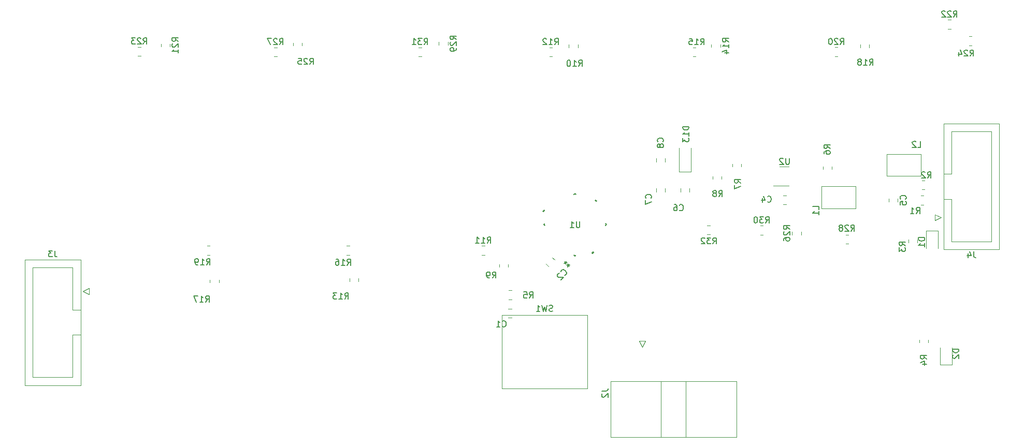
<source format=gbr>
%TF.GenerationSoftware,KiCad,Pcbnew,(6.0.0)*%
%TF.CreationDate,2023-05-12T18:23:08+02:00*%
%TF.ProjectId,keyboard,6b657962-6f61-4726-942e-6b696361645f,rev?*%
%TF.SameCoordinates,Original*%
%TF.FileFunction,Legend,Bot*%
%TF.FilePolarity,Positive*%
%FSLAX46Y46*%
G04 Gerber Fmt 4.6, Leading zero omitted, Abs format (unit mm)*
G04 Created by KiCad (PCBNEW (6.0.0)) date 2023-05-12 18:23:08*
%MOMM*%
%LPD*%
G01*
G04 APERTURE LIST*
%ADD10C,0.150000*%
%ADD11C,0.120000*%
%ADD12C,0.152400*%
G04 APERTURE END LIST*
D10*
%TO.C,R1*%
X187746666Y-85372380D02*
X188080000Y-84896190D01*
X188318095Y-85372380D02*
X188318095Y-84372380D01*
X187937142Y-84372380D01*
X187841904Y-84420000D01*
X187794285Y-84467619D01*
X187746666Y-84562857D01*
X187746666Y-84705714D01*
X187794285Y-84800952D01*
X187841904Y-84848571D01*
X187937142Y-84896190D01*
X188318095Y-84896190D01*
X186794285Y-85372380D02*
X187365714Y-85372380D01*
X187080000Y-85372380D02*
X187080000Y-84372380D01*
X187175238Y-84515238D01*
X187270476Y-84610476D01*
X187365714Y-84658095D01*
%TO.C,R20*%
X175332857Y-57712380D02*
X175666190Y-57236190D01*
X175904285Y-57712380D02*
X175904285Y-56712380D01*
X175523333Y-56712380D01*
X175428095Y-56760000D01*
X175380476Y-56807619D01*
X175332857Y-56902857D01*
X175332857Y-57045714D01*
X175380476Y-57140952D01*
X175428095Y-57188571D01*
X175523333Y-57236190D01*
X175904285Y-57236190D01*
X174951904Y-56807619D02*
X174904285Y-56760000D01*
X174809047Y-56712380D01*
X174570952Y-56712380D01*
X174475714Y-56760000D01*
X174428095Y-56807619D01*
X174380476Y-56902857D01*
X174380476Y-56998095D01*
X174428095Y-57140952D01*
X174999523Y-57712380D01*
X174380476Y-57712380D01*
X173761428Y-56712380D02*
X173666190Y-56712380D01*
X173570952Y-56760000D01*
X173523333Y-56807619D01*
X173475714Y-56902857D01*
X173428095Y-57093333D01*
X173428095Y-57331428D01*
X173475714Y-57521904D01*
X173523333Y-57617142D01*
X173570952Y-57664761D01*
X173666190Y-57712380D01*
X173761428Y-57712380D01*
X173856666Y-57664761D01*
X173904285Y-57617142D01*
X173951904Y-57521904D01*
X173999523Y-57331428D01*
X173999523Y-57093333D01*
X173951904Y-56902857D01*
X173904285Y-56807619D01*
X173856666Y-56760000D01*
X173761428Y-56712380D01*
%TO.C,R14*%
X157082380Y-57297142D02*
X156606190Y-56963809D01*
X157082380Y-56725714D02*
X156082380Y-56725714D01*
X156082380Y-57106666D01*
X156130000Y-57201904D01*
X156177619Y-57249523D01*
X156272857Y-57297142D01*
X156415714Y-57297142D01*
X156510952Y-57249523D01*
X156558571Y-57201904D01*
X156606190Y-57106666D01*
X156606190Y-56725714D01*
X157082380Y-58249523D02*
X157082380Y-57678095D01*
X157082380Y-57963809D02*
X156082380Y-57963809D01*
X156225238Y-57868571D01*
X156320476Y-57773333D01*
X156368095Y-57678095D01*
X156415714Y-59106666D02*
X157082380Y-59106666D01*
X156034761Y-58868571D02*
X156749047Y-58630476D01*
X156749047Y-59249523D01*
%TO.C,R21*%
X67112380Y-57197142D02*
X66636190Y-56863809D01*
X67112380Y-56625714D02*
X66112380Y-56625714D01*
X66112380Y-57006666D01*
X66160000Y-57101904D01*
X66207619Y-57149523D01*
X66302857Y-57197142D01*
X66445714Y-57197142D01*
X66540952Y-57149523D01*
X66588571Y-57101904D01*
X66636190Y-57006666D01*
X66636190Y-56625714D01*
X66207619Y-57578095D02*
X66160000Y-57625714D01*
X66112380Y-57720952D01*
X66112380Y-57959047D01*
X66160000Y-58054285D01*
X66207619Y-58101904D01*
X66302857Y-58149523D01*
X66398095Y-58149523D01*
X66540952Y-58101904D01*
X67112380Y-57530476D01*
X67112380Y-58149523D01*
X67112380Y-59101904D02*
X67112380Y-58530476D01*
X67112380Y-58816190D02*
X66112380Y-58816190D01*
X66255238Y-58720952D01*
X66350476Y-58625714D01*
X66398095Y-58530476D01*
%TO.C,U1*%
X132751904Y-86662380D02*
X132751904Y-87471904D01*
X132704285Y-87567142D01*
X132656666Y-87614761D01*
X132561428Y-87662380D01*
X132370952Y-87662380D01*
X132275714Y-87614761D01*
X132228095Y-87567142D01*
X132180476Y-87471904D01*
X132180476Y-86662380D01*
X131180476Y-87662380D02*
X131751904Y-87662380D01*
X131466190Y-87662380D02*
X131466190Y-86662380D01*
X131561428Y-86805238D01*
X131656666Y-86900476D01*
X131751904Y-86948095D01*
X130255453Y-93234394D02*
X130423812Y-93402753D01*
X130524827Y-93167051D02*
X130423812Y-93402753D01*
X130188110Y-93503768D01*
X130659514Y-93436425D02*
X130423812Y-93402753D01*
X130457484Y-93638455D01*
X131029904Y-94008845D02*
X130861545Y-93840486D01*
X130760530Y-94076188D02*
X130861545Y-93840486D01*
X131097247Y-93739471D01*
X130625843Y-93806814D02*
X130861545Y-93840486D01*
X130827873Y-93604784D01*
%TO.C,R29*%
X112562380Y-56897142D02*
X112086190Y-56563809D01*
X112562380Y-56325714D02*
X111562380Y-56325714D01*
X111562380Y-56706666D01*
X111610000Y-56801904D01*
X111657619Y-56849523D01*
X111752857Y-56897142D01*
X111895714Y-56897142D01*
X111990952Y-56849523D01*
X112038571Y-56801904D01*
X112086190Y-56706666D01*
X112086190Y-56325714D01*
X111657619Y-57278095D02*
X111610000Y-57325714D01*
X111562380Y-57420952D01*
X111562380Y-57659047D01*
X111610000Y-57754285D01*
X111657619Y-57801904D01*
X111752857Y-57849523D01*
X111848095Y-57849523D01*
X111990952Y-57801904D01*
X112562380Y-57230476D01*
X112562380Y-57849523D01*
X112562380Y-58325714D02*
X112562380Y-58516190D01*
X112514761Y-58611428D01*
X112467142Y-58659047D01*
X112324285Y-58754285D01*
X112133809Y-58801904D01*
X111752857Y-58801904D01*
X111657619Y-58754285D01*
X111610000Y-58706666D01*
X111562380Y-58611428D01*
X111562380Y-58420952D01*
X111610000Y-58325714D01*
X111657619Y-58278095D01*
X111752857Y-58230476D01*
X111990952Y-58230476D01*
X112086190Y-58278095D01*
X112133809Y-58325714D01*
X112181428Y-58420952D01*
X112181428Y-58611428D01*
X112133809Y-58706666D01*
X112086190Y-58754285D01*
X111990952Y-58801904D01*
%TO.C,R31*%
X107282857Y-57722380D02*
X107616190Y-57246190D01*
X107854285Y-57722380D02*
X107854285Y-56722380D01*
X107473333Y-56722380D01*
X107378095Y-56770000D01*
X107330476Y-56817619D01*
X107282857Y-56912857D01*
X107282857Y-57055714D01*
X107330476Y-57150952D01*
X107378095Y-57198571D01*
X107473333Y-57246190D01*
X107854285Y-57246190D01*
X106949523Y-56722380D02*
X106330476Y-56722380D01*
X106663809Y-57103333D01*
X106520952Y-57103333D01*
X106425714Y-57150952D01*
X106378095Y-57198571D01*
X106330476Y-57293809D01*
X106330476Y-57531904D01*
X106378095Y-57627142D01*
X106425714Y-57674761D01*
X106520952Y-57722380D01*
X106806666Y-57722380D01*
X106901904Y-57674761D01*
X106949523Y-57627142D01*
X105378095Y-57722380D02*
X105949523Y-57722380D01*
X105663809Y-57722380D02*
X105663809Y-56722380D01*
X105759047Y-56865238D01*
X105854285Y-56960476D01*
X105949523Y-57008095D01*
%TO.C,D2*%
X194702380Y-107561904D02*
X193702380Y-107561904D01*
X193702380Y-107800000D01*
X193750000Y-107942857D01*
X193845238Y-108038095D01*
X193940476Y-108085714D01*
X194130952Y-108133333D01*
X194273809Y-108133333D01*
X194464285Y-108085714D01*
X194559523Y-108038095D01*
X194654761Y-107942857D01*
X194702380Y-107800000D01*
X194702380Y-107561904D01*
X193797619Y-108514285D02*
X193750000Y-108561904D01*
X193702380Y-108657142D01*
X193702380Y-108895238D01*
X193750000Y-108990476D01*
X193797619Y-109038095D01*
X193892857Y-109085714D01*
X193988095Y-109085714D01*
X194130952Y-109038095D01*
X194702380Y-108466666D01*
X194702380Y-109085714D01*
%TO.C,R12*%
X128632857Y-57732380D02*
X128966190Y-57256190D01*
X129204285Y-57732380D02*
X129204285Y-56732380D01*
X128823333Y-56732380D01*
X128728095Y-56780000D01*
X128680476Y-56827619D01*
X128632857Y-56922857D01*
X128632857Y-57065714D01*
X128680476Y-57160952D01*
X128728095Y-57208571D01*
X128823333Y-57256190D01*
X129204285Y-57256190D01*
X127680476Y-57732380D02*
X128251904Y-57732380D01*
X127966190Y-57732380D02*
X127966190Y-56732380D01*
X128061428Y-56875238D01*
X128156666Y-56970476D01*
X128251904Y-57018095D01*
X127299523Y-56827619D02*
X127251904Y-56780000D01*
X127156666Y-56732380D01*
X126918571Y-56732380D01*
X126823333Y-56780000D01*
X126775714Y-56827619D01*
X126728095Y-56922857D01*
X126728095Y-57018095D01*
X126775714Y-57160952D01*
X127347142Y-57732380D01*
X126728095Y-57732380D01*
%TO.C,R22*%
X193822857Y-53212380D02*
X194156190Y-52736190D01*
X194394285Y-53212380D02*
X194394285Y-52212380D01*
X194013333Y-52212380D01*
X193918095Y-52260000D01*
X193870476Y-52307619D01*
X193822857Y-52402857D01*
X193822857Y-52545714D01*
X193870476Y-52640952D01*
X193918095Y-52688571D01*
X194013333Y-52736190D01*
X194394285Y-52736190D01*
X193441904Y-52307619D02*
X193394285Y-52260000D01*
X193299047Y-52212380D01*
X193060952Y-52212380D01*
X192965714Y-52260000D01*
X192918095Y-52307619D01*
X192870476Y-52402857D01*
X192870476Y-52498095D01*
X192918095Y-52640952D01*
X193489523Y-53212380D01*
X192870476Y-53212380D01*
X192489523Y-52307619D02*
X192441904Y-52260000D01*
X192346666Y-52212380D01*
X192108571Y-52212380D01*
X192013333Y-52260000D01*
X191965714Y-52307619D01*
X191918095Y-52402857D01*
X191918095Y-52498095D01*
X191965714Y-52640952D01*
X192537142Y-53212380D01*
X191918095Y-53212380D01*
%TO.C,R10*%
X132552857Y-61272380D02*
X132886190Y-60796190D01*
X133124285Y-61272380D02*
X133124285Y-60272380D01*
X132743333Y-60272380D01*
X132648095Y-60320000D01*
X132600476Y-60367619D01*
X132552857Y-60462857D01*
X132552857Y-60605714D01*
X132600476Y-60700952D01*
X132648095Y-60748571D01*
X132743333Y-60796190D01*
X133124285Y-60796190D01*
X131600476Y-61272380D02*
X132171904Y-61272380D01*
X131886190Y-61272380D02*
X131886190Y-60272380D01*
X131981428Y-60415238D01*
X132076666Y-60510476D01*
X132171904Y-60558095D01*
X130981428Y-60272380D02*
X130886190Y-60272380D01*
X130790952Y-60320000D01*
X130743333Y-60367619D01*
X130695714Y-60462857D01*
X130648095Y-60653333D01*
X130648095Y-60891428D01*
X130695714Y-61081904D01*
X130743333Y-61177142D01*
X130790952Y-61224761D01*
X130886190Y-61272380D01*
X130981428Y-61272380D01*
X131076666Y-61224761D01*
X131124285Y-61177142D01*
X131171904Y-61081904D01*
X131219523Y-60891428D01*
X131219523Y-60653333D01*
X131171904Y-60462857D01*
X131124285Y-60367619D01*
X131076666Y-60320000D01*
X130981428Y-60272380D01*
%TO.C,L1*%
X171812380Y-84703333D02*
X171812380Y-84227142D01*
X170812380Y-84227142D01*
X171812380Y-85560476D02*
X171812380Y-84989047D01*
X171812380Y-85274761D02*
X170812380Y-85274761D01*
X170955238Y-85179523D01*
X171050476Y-85084285D01*
X171098095Y-84989047D01*
%TO.C,R25*%
X88602857Y-60962380D02*
X88936190Y-60486190D01*
X89174285Y-60962380D02*
X89174285Y-59962380D01*
X88793333Y-59962380D01*
X88698095Y-60010000D01*
X88650476Y-60057619D01*
X88602857Y-60152857D01*
X88602857Y-60295714D01*
X88650476Y-60390952D01*
X88698095Y-60438571D01*
X88793333Y-60486190D01*
X89174285Y-60486190D01*
X88221904Y-60057619D02*
X88174285Y-60010000D01*
X88079047Y-59962380D01*
X87840952Y-59962380D01*
X87745714Y-60010000D01*
X87698095Y-60057619D01*
X87650476Y-60152857D01*
X87650476Y-60248095D01*
X87698095Y-60390952D01*
X88269523Y-60962380D01*
X87650476Y-60962380D01*
X86745714Y-59962380D02*
X87221904Y-59962380D01*
X87269523Y-60438571D01*
X87221904Y-60390952D01*
X87126666Y-60343333D01*
X86888571Y-60343333D01*
X86793333Y-60390952D01*
X86745714Y-60438571D01*
X86698095Y-60533809D01*
X86698095Y-60771904D01*
X86745714Y-60867142D01*
X86793333Y-60914761D01*
X86888571Y-60962380D01*
X87126666Y-60962380D01*
X87221904Y-60914761D01*
X87269523Y-60867142D01*
%TO.C,R8*%
X155466666Y-82602380D02*
X155800000Y-82126190D01*
X156038095Y-82602380D02*
X156038095Y-81602380D01*
X155657142Y-81602380D01*
X155561904Y-81650000D01*
X155514285Y-81697619D01*
X155466666Y-81792857D01*
X155466666Y-81935714D01*
X155514285Y-82030952D01*
X155561904Y-82078571D01*
X155657142Y-82126190D01*
X156038095Y-82126190D01*
X154895238Y-82030952D02*
X154990476Y-81983333D01*
X155038095Y-81935714D01*
X155085714Y-81840476D01*
X155085714Y-81792857D01*
X155038095Y-81697619D01*
X154990476Y-81650000D01*
X154895238Y-81602380D01*
X154704761Y-81602380D01*
X154609523Y-81650000D01*
X154561904Y-81697619D01*
X154514285Y-81792857D01*
X154514285Y-81840476D01*
X154561904Y-81935714D01*
X154609523Y-81983333D01*
X154704761Y-82030952D01*
X154895238Y-82030952D01*
X154990476Y-82078571D01*
X155038095Y-82126190D01*
X155085714Y-82221428D01*
X155085714Y-82411904D01*
X155038095Y-82507142D01*
X154990476Y-82554761D01*
X154895238Y-82602380D01*
X154704761Y-82602380D01*
X154609523Y-82554761D01*
X154561904Y-82507142D01*
X154514285Y-82411904D01*
X154514285Y-82221428D01*
X154561904Y-82126190D01*
X154609523Y-82078571D01*
X154704761Y-82030952D01*
%TO.C,R7*%
X159062380Y-80373333D02*
X158586190Y-80040000D01*
X159062380Y-79801904D02*
X158062380Y-79801904D01*
X158062380Y-80182857D01*
X158110000Y-80278095D01*
X158157619Y-80325714D01*
X158252857Y-80373333D01*
X158395714Y-80373333D01*
X158490952Y-80325714D01*
X158538571Y-80278095D01*
X158586190Y-80182857D01*
X158586190Y-79801904D01*
X158062380Y-80706666D02*
X158062380Y-81373333D01*
X159062380Y-80944761D01*
%TO.C,C2*%
X130250389Y-95474687D02*
X130317732Y-95474687D01*
X130452419Y-95407343D01*
X130519763Y-95340000D01*
X130587106Y-95205312D01*
X130587106Y-95070625D01*
X130553435Y-94969610D01*
X130452419Y-94801251D01*
X130351404Y-94700236D01*
X130183045Y-94599221D01*
X130082030Y-94565549D01*
X129947343Y-94565549D01*
X129812656Y-94632893D01*
X129745312Y-94700236D01*
X129677969Y-94834923D01*
X129677969Y-94902267D01*
X129408595Y-95171641D02*
X129341251Y-95171641D01*
X129240236Y-95205312D01*
X129071877Y-95373671D01*
X129038206Y-95474687D01*
X129038206Y-95542030D01*
X129071877Y-95643045D01*
X129139221Y-95710389D01*
X129273908Y-95777732D01*
X130082030Y-95777732D01*
X129644297Y-96215465D01*
%TO.C,R6*%
X173652380Y-74713333D02*
X173176190Y-74380000D01*
X173652380Y-74141904D02*
X172652380Y-74141904D01*
X172652380Y-74522857D01*
X172700000Y-74618095D01*
X172747619Y-74665714D01*
X172842857Y-74713333D01*
X172985714Y-74713333D01*
X173080952Y-74665714D01*
X173128571Y-74618095D01*
X173176190Y-74522857D01*
X173176190Y-74141904D01*
X172652380Y-75570476D02*
X172652380Y-75380000D01*
X172700000Y-75284761D01*
X172747619Y-75237142D01*
X172890476Y-75141904D01*
X173080952Y-75094285D01*
X173461904Y-75094285D01*
X173557142Y-75141904D01*
X173604761Y-75189523D01*
X173652380Y-75284761D01*
X173652380Y-75475238D01*
X173604761Y-75570476D01*
X173557142Y-75618095D01*
X173461904Y-75665714D01*
X173223809Y-75665714D01*
X173128571Y-75618095D01*
X173080952Y-75570476D01*
X173033333Y-75475238D01*
X173033333Y-75284761D01*
X173080952Y-75189523D01*
X173128571Y-75141904D01*
X173223809Y-75094285D01*
%TO.C,R26*%
X167062380Y-87947142D02*
X166586190Y-87613809D01*
X167062380Y-87375714D02*
X166062380Y-87375714D01*
X166062380Y-87756666D01*
X166110000Y-87851904D01*
X166157619Y-87899523D01*
X166252857Y-87947142D01*
X166395714Y-87947142D01*
X166490952Y-87899523D01*
X166538571Y-87851904D01*
X166586190Y-87756666D01*
X166586190Y-87375714D01*
X166157619Y-88328095D02*
X166110000Y-88375714D01*
X166062380Y-88470952D01*
X166062380Y-88709047D01*
X166110000Y-88804285D01*
X166157619Y-88851904D01*
X166252857Y-88899523D01*
X166348095Y-88899523D01*
X166490952Y-88851904D01*
X167062380Y-88280476D01*
X167062380Y-88899523D01*
X166062380Y-89756666D02*
X166062380Y-89566190D01*
X166110000Y-89470952D01*
X166157619Y-89423333D01*
X166300476Y-89328095D01*
X166490952Y-89280476D01*
X166871904Y-89280476D01*
X166967142Y-89328095D01*
X167014761Y-89375714D01*
X167062380Y-89470952D01*
X167062380Y-89661428D01*
X167014761Y-89756666D01*
X166967142Y-89804285D01*
X166871904Y-89851904D01*
X166633809Y-89851904D01*
X166538571Y-89804285D01*
X166490952Y-89756666D01*
X166443333Y-89661428D01*
X166443333Y-89470952D01*
X166490952Y-89375714D01*
X166538571Y-89328095D01*
X166633809Y-89280476D01*
%TO.C,R18*%
X180092857Y-61092380D02*
X180426190Y-60616190D01*
X180664285Y-61092380D02*
X180664285Y-60092380D01*
X180283333Y-60092380D01*
X180188095Y-60140000D01*
X180140476Y-60187619D01*
X180092857Y-60282857D01*
X180092857Y-60425714D01*
X180140476Y-60520952D01*
X180188095Y-60568571D01*
X180283333Y-60616190D01*
X180664285Y-60616190D01*
X179140476Y-61092380D02*
X179711904Y-61092380D01*
X179426190Y-61092380D02*
X179426190Y-60092380D01*
X179521428Y-60235238D01*
X179616666Y-60330476D01*
X179711904Y-60378095D01*
X178569047Y-60520952D02*
X178664285Y-60473333D01*
X178711904Y-60425714D01*
X178759523Y-60330476D01*
X178759523Y-60282857D01*
X178711904Y-60187619D01*
X178664285Y-60140000D01*
X178569047Y-60092380D01*
X178378571Y-60092380D01*
X178283333Y-60140000D01*
X178235714Y-60187619D01*
X178188095Y-60282857D01*
X178188095Y-60330476D01*
X178235714Y-60425714D01*
X178283333Y-60473333D01*
X178378571Y-60520952D01*
X178569047Y-60520952D01*
X178664285Y-60568571D01*
X178711904Y-60616190D01*
X178759523Y-60711428D01*
X178759523Y-60901904D01*
X178711904Y-60997142D01*
X178664285Y-61044761D01*
X178569047Y-61092380D01*
X178378571Y-61092380D01*
X178283333Y-61044761D01*
X178235714Y-60997142D01*
X178188095Y-60901904D01*
X178188095Y-60711428D01*
X178235714Y-60616190D01*
X178283333Y-60568571D01*
X178378571Y-60520952D01*
%TO.C,C4*%
X163426666Y-83437142D02*
X163474285Y-83484761D01*
X163617142Y-83532380D01*
X163712380Y-83532380D01*
X163855238Y-83484761D01*
X163950476Y-83389523D01*
X163998095Y-83294285D01*
X164045714Y-83103809D01*
X164045714Y-82960952D01*
X163998095Y-82770476D01*
X163950476Y-82675238D01*
X163855238Y-82580000D01*
X163712380Y-82532380D01*
X163617142Y-82532380D01*
X163474285Y-82580000D01*
X163426666Y-82627619D01*
X162569523Y-82865714D02*
X162569523Y-83532380D01*
X162807619Y-82484761D02*
X163045714Y-83199047D01*
X162426666Y-83199047D01*
%TO.C,R30*%
X163112857Y-86922380D02*
X163446190Y-86446190D01*
X163684285Y-86922380D02*
X163684285Y-85922380D01*
X163303333Y-85922380D01*
X163208095Y-85970000D01*
X163160476Y-86017619D01*
X163112857Y-86112857D01*
X163112857Y-86255714D01*
X163160476Y-86350952D01*
X163208095Y-86398571D01*
X163303333Y-86446190D01*
X163684285Y-86446190D01*
X162779523Y-85922380D02*
X162160476Y-85922380D01*
X162493809Y-86303333D01*
X162350952Y-86303333D01*
X162255714Y-86350952D01*
X162208095Y-86398571D01*
X162160476Y-86493809D01*
X162160476Y-86731904D01*
X162208095Y-86827142D01*
X162255714Y-86874761D01*
X162350952Y-86922380D01*
X162636666Y-86922380D01*
X162731904Y-86874761D01*
X162779523Y-86827142D01*
X161541428Y-85922380D02*
X161446190Y-85922380D01*
X161350952Y-85970000D01*
X161303333Y-86017619D01*
X161255714Y-86112857D01*
X161208095Y-86303333D01*
X161208095Y-86541428D01*
X161255714Y-86731904D01*
X161303333Y-86827142D01*
X161350952Y-86874761D01*
X161446190Y-86922380D01*
X161541428Y-86922380D01*
X161636666Y-86874761D01*
X161684285Y-86827142D01*
X161731904Y-86731904D01*
X161779523Y-86541428D01*
X161779523Y-86303333D01*
X161731904Y-86112857D01*
X161684285Y-86017619D01*
X161636666Y-85970000D01*
X161541428Y-85922380D01*
%TO.C,C6*%
X149046666Y-84817142D02*
X149094285Y-84864761D01*
X149237142Y-84912380D01*
X149332380Y-84912380D01*
X149475238Y-84864761D01*
X149570476Y-84769523D01*
X149618095Y-84674285D01*
X149665714Y-84483809D01*
X149665714Y-84340952D01*
X149618095Y-84150476D01*
X149570476Y-84055238D01*
X149475238Y-83960000D01*
X149332380Y-83912380D01*
X149237142Y-83912380D01*
X149094285Y-83960000D01*
X149046666Y-84007619D01*
X148189523Y-83912380D02*
X148380000Y-83912380D01*
X148475238Y-83960000D01*
X148522857Y-84007619D01*
X148618095Y-84150476D01*
X148665714Y-84340952D01*
X148665714Y-84721904D01*
X148618095Y-84817142D01*
X148570476Y-84864761D01*
X148475238Y-84912380D01*
X148284761Y-84912380D01*
X148189523Y-84864761D01*
X148141904Y-84817142D01*
X148094285Y-84721904D01*
X148094285Y-84483809D01*
X148141904Y-84388571D01*
X148189523Y-84340952D01*
X148284761Y-84293333D01*
X148475238Y-84293333D01*
X148570476Y-84340952D01*
X148618095Y-84388571D01*
X148665714Y-84483809D01*
%TO.C,J2*%
X136332380Y-114434166D02*
X137046666Y-114434166D01*
X137189523Y-114386547D01*
X137284761Y-114291309D01*
X137332380Y-114148452D01*
X137332380Y-114053214D01*
X136427619Y-114862738D02*
X136380000Y-114910357D01*
X136332380Y-115005595D01*
X136332380Y-115243690D01*
X136380000Y-115338928D01*
X136427619Y-115386547D01*
X136522857Y-115434166D01*
X136618095Y-115434166D01*
X136760952Y-115386547D01*
X137332380Y-114815119D01*
X137332380Y-115434166D01*
%TO.C,R5*%
X124506666Y-99202380D02*
X124840000Y-98726190D01*
X125078095Y-99202380D02*
X125078095Y-98202380D01*
X124697142Y-98202380D01*
X124601904Y-98250000D01*
X124554285Y-98297619D01*
X124506666Y-98392857D01*
X124506666Y-98535714D01*
X124554285Y-98630952D01*
X124601904Y-98678571D01*
X124697142Y-98726190D01*
X125078095Y-98726190D01*
X123601904Y-98202380D02*
X124078095Y-98202380D01*
X124125714Y-98678571D01*
X124078095Y-98630952D01*
X123982857Y-98583333D01*
X123744761Y-98583333D01*
X123649523Y-98630952D01*
X123601904Y-98678571D01*
X123554285Y-98773809D01*
X123554285Y-99011904D01*
X123601904Y-99107142D01*
X123649523Y-99154761D01*
X123744761Y-99202380D01*
X123982857Y-99202380D01*
X124078095Y-99154761D01*
X124125714Y-99107142D01*
%TO.C,R13*%
X94322857Y-99352380D02*
X94656190Y-98876190D01*
X94894285Y-99352380D02*
X94894285Y-98352380D01*
X94513333Y-98352380D01*
X94418095Y-98400000D01*
X94370476Y-98447619D01*
X94322857Y-98542857D01*
X94322857Y-98685714D01*
X94370476Y-98780952D01*
X94418095Y-98828571D01*
X94513333Y-98876190D01*
X94894285Y-98876190D01*
X93370476Y-99352380D02*
X93941904Y-99352380D01*
X93656190Y-99352380D02*
X93656190Y-98352380D01*
X93751428Y-98495238D01*
X93846666Y-98590476D01*
X93941904Y-98638095D01*
X93037142Y-98352380D02*
X92418095Y-98352380D01*
X92751428Y-98733333D01*
X92608571Y-98733333D01*
X92513333Y-98780952D01*
X92465714Y-98828571D01*
X92418095Y-98923809D01*
X92418095Y-99161904D01*
X92465714Y-99257142D01*
X92513333Y-99304761D01*
X92608571Y-99352380D01*
X92894285Y-99352380D01*
X92989523Y-99304761D01*
X93037142Y-99257142D01*
%TO.C,R19*%
X71722857Y-93772380D02*
X72056190Y-93296190D01*
X72294285Y-93772380D02*
X72294285Y-92772380D01*
X71913333Y-92772380D01*
X71818095Y-92820000D01*
X71770476Y-92867619D01*
X71722857Y-92962857D01*
X71722857Y-93105714D01*
X71770476Y-93200952D01*
X71818095Y-93248571D01*
X71913333Y-93296190D01*
X72294285Y-93296190D01*
X70770476Y-93772380D02*
X71341904Y-93772380D01*
X71056190Y-93772380D02*
X71056190Y-92772380D01*
X71151428Y-92915238D01*
X71246666Y-93010476D01*
X71341904Y-93058095D01*
X70294285Y-93772380D02*
X70103809Y-93772380D01*
X70008571Y-93724761D01*
X69960952Y-93677142D01*
X69865714Y-93534285D01*
X69818095Y-93343809D01*
X69818095Y-92962857D01*
X69865714Y-92867619D01*
X69913333Y-92820000D01*
X70008571Y-92772380D01*
X70199047Y-92772380D01*
X70294285Y-92820000D01*
X70341904Y-92867619D01*
X70389523Y-92962857D01*
X70389523Y-93200952D01*
X70341904Y-93296190D01*
X70294285Y-93343809D01*
X70199047Y-93391428D01*
X70008571Y-93391428D01*
X69913333Y-93343809D01*
X69865714Y-93296190D01*
X69818095Y-93200952D01*
%TO.C,J3*%
X46913333Y-91462380D02*
X46913333Y-92176666D01*
X46960952Y-92319523D01*
X47056190Y-92414761D01*
X47199047Y-92462380D01*
X47294285Y-92462380D01*
X46532380Y-91462380D02*
X45913333Y-91462380D01*
X46246666Y-91843333D01*
X46103809Y-91843333D01*
X46008571Y-91890952D01*
X45960952Y-91938571D01*
X45913333Y-92033809D01*
X45913333Y-92271904D01*
X45960952Y-92367142D01*
X46008571Y-92414761D01*
X46103809Y-92462380D01*
X46389523Y-92462380D01*
X46484761Y-92414761D01*
X46532380Y-92367142D01*
%TO.C,R3*%
X185972380Y-90603333D02*
X185496190Y-90270000D01*
X185972380Y-90031904D02*
X184972380Y-90031904D01*
X184972380Y-90412857D01*
X185020000Y-90508095D01*
X185067619Y-90555714D01*
X185162857Y-90603333D01*
X185305714Y-90603333D01*
X185400952Y-90555714D01*
X185448571Y-90508095D01*
X185496190Y-90412857D01*
X185496190Y-90031904D01*
X184972380Y-90936666D02*
X184972380Y-91555714D01*
X185353333Y-91222380D01*
X185353333Y-91365238D01*
X185400952Y-91460476D01*
X185448571Y-91508095D01*
X185543809Y-91555714D01*
X185781904Y-91555714D01*
X185877142Y-91508095D01*
X185924761Y-91460476D01*
X185972380Y-91365238D01*
X185972380Y-91079523D01*
X185924761Y-90984285D01*
X185877142Y-90936666D01*
%TO.C,SW1*%
X128313333Y-101334761D02*
X128170476Y-101382380D01*
X127932380Y-101382380D01*
X127837142Y-101334761D01*
X127789523Y-101287142D01*
X127741904Y-101191904D01*
X127741904Y-101096666D01*
X127789523Y-101001428D01*
X127837142Y-100953809D01*
X127932380Y-100906190D01*
X128122857Y-100858571D01*
X128218095Y-100810952D01*
X128265714Y-100763333D01*
X128313333Y-100668095D01*
X128313333Y-100572857D01*
X128265714Y-100477619D01*
X128218095Y-100430000D01*
X128122857Y-100382380D01*
X127884761Y-100382380D01*
X127741904Y-100430000D01*
X127408571Y-100382380D02*
X127170476Y-101382380D01*
X126980000Y-100668095D01*
X126789523Y-101382380D01*
X126551428Y-100382380D01*
X125646666Y-101382380D02*
X126218095Y-101382380D01*
X125932380Y-101382380D02*
X125932380Y-100382380D01*
X126027619Y-100525238D01*
X126122857Y-100620476D01*
X126218095Y-100668095D01*
%TO.C,R27*%
X83652857Y-57732380D02*
X83986190Y-57256190D01*
X84224285Y-57732380D02*
X84224285Y-56732380D01*
X83843333Y-56732380D01*
X83748095Y-56780000D01*
X83700476Y-56827619D01*
X83652857Y-56922857D01*
X83652857Y-57065714D01*
X83700476Y-57160952D01*
X83748095Y-57208571D01*
X83843333Y-57256190D01*
X84224285Y-57256190D01*
X83271904Y-56827619D02*
X83224285Y-56780000D01*
X83129047Y-56732380D01*
X82890952Y-56732380D01*
X82795714Y-56780000D01*
X82748095Y-56827619D01*
X82700476Y-56922857D01*
X82700476Y-57018095D01*
X82748095Y-57160952D01*
X83319523Y-57732380D01*
X82700476Y-57732380D01*
X82367142Y-56732380D02*
X81700476Y-56732380D01*
X82129047Y-57732380D01*
%TO.C,C8*%
X146317142Y-73623333D02*
X146364761Y-73575714D01*
X146412380Y-73432857D01*
X146412380Y-73337619D01*
X146364761Y-73194761D01*
X146269523Y-73099523D01*
X146174285Y-73051904D01*
X145983809Y-73004285D01*
X145840952Y-73004285D01*
X145650476Y-73051904D01*
X145555238Y-73099523D01*
X145460000Y-73194761D01*
X145412380Y-73337619D01*
X145412380Y-73432857D01*
X145460000Y-73575714D01*
X145507619Y-73623333D01*
X145840952Y-74194761D02*
X145793333Y-74099523D01*
X145745714Y-74051904D01*
X145650476Y-74004285D01*
X145602857Y-74004285D01*
X145507619Y-74051904D01*
X145460000Y-74099523D01*
X145412380Y-74194761D01*
X145412380Y-74385238D01*
X145460000Y-74480476D01*
X145507619Y-74528095D01*
X145602857Y-74575714D01*
X145650476Y-74575714D01*
X145745714Y-74528095D01*
X145793333Y-74480476D01*
X145840952Y-74385238D01*
X145840952Y-74194761D01*
X145888571Y-74099523D01*
X145936190Y-74051904D01*
X146031428Y-74004285D01*
X146221904Y-74004285D01*
X146317142Y-74051904D01*
X146364761Y-74099523D01*
X146412380Y-74194761D01*
X146412380Y-74385238D01*
X146364761Y-74480476D01*
X146317142Y-74528095D01*
X146221904Y-74575714D01*
X146031428Y-74575714D01*
X145936190Y-74528095D01*
X145888571Y-74480476D01*
X145840952Y-74385238D01*
%TO.C,R16*%
X94712857Y-93822380D02*
X95046190Y-93346190D01*
X95284285Y-93822380D02*
X95284285Y-92822380D01*
X94903333Y-92822380D01*
X94808095Y-92870000D01*
X94760476Y-92917619D01*
X94712857Y-93012857D01*
X94712857Y-93155714D01*
X94760476Y-93250952D01*
X94808095Y-93298571D01*
X94903333Y-93346190D01*
X95284285Y-93346190D01*
X93760476Y-93822380D02*
X94331904Y-93822380D01*
X94046190Y-93822380D02*
X94046190Y-92822380D01*
X94141428Y-92965238D01*
X94236666Y-93060476D01*
X94331904Y-93108095D01*
X92903333Y-92822380D02*
X93093809Y-92822380D01*
X93189047Y-92870000D01*
X93236666Y-92917619D01*
X93331904Y-93060476D01*
X93379523Y-93250952D01*
X93379523Y-93631904D01*
X93331904Y-93727142D01*
X93284285Y-93774761D01*
X93189047Y-93822380D01*
X92998571Y-93822380D01*
X92903333Y-93774761D01*
X92855714Y-93727142D01*
X92808095Y-93631904D01*
X92808095Y-93393809D01*
X92855714Y-93298571D01*
X92903333Y-93250952D01*
X92998571Y-93203333D01*
X93189047Y-93203333D01*
X93284285Y-93250952D01*
X93331904Y-93298571D01*
X93379523Y-93393809D01*
%TO.C,L2*%
X187966666Y-74552380D02*
X188442857Y-74552380D01*
X188442857Y-73552380D01*
X187680952Y-73647619D02*
X187633333Y-73600000D01*
X187538095Y-73552380D01*
X187300000Y-73552380D01*
X187204761Y-73600000D01*
X187157142Y-73647619D01*
X187109523Y-73742857D01*
X187109523Y-73838095D01*
X187157142Y-73980952D01*
X187728571Y-74552380D01*
X187109523Y-74552380D01*
%TO.C,R15*%
X152492857Y-57742380D02*
X152826190Y-57266190D01*
X153064285Y-57742380D02*
X153064285Y-56742380D01*
X152683333Y-56742380D01*
X152588095Y-56790000D01*
X152540476Y-56837619D01*
X152492857Y-56932857D01*
X152492857Y-57075714D01*
X152540476Y-57170952D01*
X152588095Y-57218571D01*
X152683333Y-57266190D01*
X153064285Y-57266190D01*
X151540476Y-57742380D02*
X152111904Y-57742380D01*
X151826190Y-57742380D02*
X151826190Y-56742380D01*
X151921428Y-56885238D01*
X152016666Y-56980476D01*
X152111904Y-57028095D01*
X150635714Y-56742380D02*
X151111904Y-56742380D01*
X151159523Y-57218571D01*
X151111904Y-57170952D01*
X151016666Y-57123333D01*
X150778571Y-57123333D01*
X150683333Y-57170952D01*
X150635714Y-57218571D01*
X150588095Y-57313809D01*
X150588095Y-57551904D01*
X150635714Y-57647142D01*
X150683333Y-57694761D01*
X150778571Y-57742380D01*
X151016666Y-57742380D01*
X151111904Y-57694761D01*
X151159523Y-57647142D01*
%TO.C,D1*%
X189122380Y-89301904D02*
X188122380Y-89301904D01*
X188122380Y-89540000D01*
X188170000Y-89682857D01*
X188265238Y-89778095D01*
X188360476Y-89825714D01*
X188550952Y-89873333D01*
X188693809Y-89873333D01*
X188884285Y-89825714D01*
X188979523Y-89778095D01*
X189074761Y-89682857D01*
X189122380Y-89540000D01*
X189122380Y-89301904D01*
X189122380Y-90825714D02*
X189122380Y-90254285D01*
X189122380Y-90540000D02*
X188122380Y-90540000D01*
X188265238Y-90444761D01*
X188360476Y-90349523D01*
X188408095Y-90254285D01*
%TO.C,R11*%
X117602857Y-90222380D02*
X117936190Y-89746190D01*
X118174285Y-90222380D02*
X118174285Y-89222380D01*
X117793333Y-89222380D01*
X117698095Y-89270000D01*
X117650476Y-89317619D01*
X117602857Y-89412857D01*
X117602857Y-89555714D01*
X117650476Y-89650952D01*
X117698095Y-89698571D01*
X117793333Y-89746190D01*
X118174285Y-89746190D01*
X116650476Y-90222380D02*
X117221904Y-90222380D01*
X116936190Y-90222380D02*
X116936190Y-89222380D01*
X117031428Y-89365238D01*
X117126666Y-89460476D01*
X117221904Y-89508095D01*
X115698095Y-90222380D02*
X116269523Y-90222380D01*
X115983809Y-90222380D02*
X115983809Y-89222380D01*
X116079047Y-89365238D01*
X116174285Y-89460476D01*
X116269523Y-89508095D01*
%TO.C,C1*%
X120086666Y-103837142D02*
X120134285Y-103884761D01*
X120277142Y-103932380D01*
X120372380Y-103932380D01*
X120515238Y-103884761D01*
X120610476Y-103789523D01*
X120658095Y-103694285D01*
X120705714Y-103503809D01*
X120705714Y-103360952D01*
X120658095Y-103170476D01*
X120610476Y-103075238D01*
X120515238Y-102980000D01*
X120372380Y-102932380D01*
X120277142Y-102932380D01*
X120134285Y-102980000D01*
X120086666Y-103027619D01*
X119134285Y-103932380D02*
X119705714Y-103932380D01*
X119420000Y-103932380D02*
X119420000Y-102932380D01*
X119515238Y-103075238D01*
X119610476Y-103170476D01*
X119705714Y-103218095D01*
%TO.C,J4*%
X197110833Y-91582380D02*
X197110833Y-92296666D01*
X197158452Y-92439523D01*
X197253690Y-92534761D01*
X197396547Y-92582380D01*
X197491785Y-92582380D01*
X196206071Y-91915714D02*
X196206071Y-92582380D01*
X196444166Y-91534761D02*
X196682261Y-92249047D01*
X196063214Y-92249047D01*
%TO.C,C7*%
X144377142Y-82853333D02*
X144424761Y-82805714D01*
X144472380Y-82662857D01*
X144472380Y-82567619D01*
X144424761Y-82424761D01*
X144329523Y-82329523D01*
X144234285Y-82281904D01*
X144043809Y-82234285D01*
X143900952Y-82234285D01*
X143710476Y-82281904D01*
X143615238Y-82329523D01*
X143520000Y-82424761D01*
X143472380Y-82567619D01*
X143472380Y-82662857D01*
X143520000Y-82805714D01*
X143567619Y-82853333D01*
X143472380Y-83186666D02*
X143472380Y-83853333D01*
X144472380Y-83424761D01*
%TO.C,R24*%
X196522857Y-59612380D02*
X196856190Y-59136190D01*
X197094285Y-59612380D02*
X197094285Y-58612380D01*
X196713333Y-58612380D01*
X196618095Y-58660000D01*
X196570476Y-58707619D01*
X196522857Y-58802857D01*
X196522857Y-58945714D01*
X196570476Y-59040952D01*
X196618095Y-59088571D01*
X196713333Y-59136190D01*
X197094285Y-59136190D01*
X196141904Y-58707619D02*
X196094285Y-58660000D01*
X195999047Y-58612380D01*
X195760952Y-58612380D01*
X195665714Y-58660000D01*
X195618095Y-58707619D01*
X195570476Y-58802857D01*
X195570476Y-58898095D01*
X195618095Y-59040952D01*
X196189523Y-59612380D01*
X195570476Y-59612380D01*
X194713333Y-58945714D02*
X194713333Y-59612380D01*
X194951428Y-58564761D02*
X195189523Y-59279047D01*
X194570476Y-59279047D01*
%TO.C,R2*%
X189576666Y-79552380D02*
X189910000Y-79076190D01*
X190148095Y-79552380D02*
X190148095Y-78552380D01*
X189767142Y-78552380D01*
X189671904Y-78600000D01*
X189624285Y-78647619D01*
X189576666Y-78742857D01*
X189576666Y-78885714D01*
X189624285Y-78980952D01*
X189671904Y-79028571D01*
X189767142Y-79076190D01*
X190148095Y-79076190D01*
X189195714Y-78647619D02*
X189148095Y-78600000D01*
X189052857Y-78552380D01*
X188814761Y-78552380D01*
X188719523Y-78600000D01*
X188671904Y-78647619D01*
X188624285Y-78742857D01*
X188624285Y-78838095D01*
X188671904Y-78980952D01*
X189243333Y-79552380D01*
X188624285Y-79552380D01*
%TO.C,U2*%
X166991904Y-76312380D02*
X166991904Y-77121904D01*
X166944285Y-77217142D01*
X166896666Y-77264761D01*
X166801428Y-77312380D01*
X166610952Y-77312380D01*
X166515714Y-77264761D01*
X166468095Y-77217142D01*
X166420476Y-77121904D01*
X166420476Y-76312380D01*
X165991904Y-76407619D02*
X165944285Y-76360000D01*
X165849047Y-76312380D01*
X165610952Y-76312380D01*
X165515714Y-76360000D01*
X165468095Y-76407619D01*
X165420476Y-76502857D01*
X165420476Y-76598095D01*
X165468095Y-76740952D01*
X166039523Y-77312380D01*
X165420476Y-77312380D01*
%TO.C,R17*%
X71582857Y-99852380D02*
X71916190Y-99376190D01*
X72154285Y-99852380D02*
X72154285Y-98852380D01*
X71773333Y-98852380D01*
X71678095Y-98900000D01*
X71630476Y-98947619D01*
X71582857Y-99042857D01*
X71582857Y-99185714D01*
X71630476Y-99280952D01*
X71678095Y-99328571D01*
X71773333Y-99376190D01*
X72154285Y-99376190D01*
X70630476Y-99852380D02*
X71201904Y-99852380D01*
X70916190Y-99852380D02*
X70916190Y-98852380D01*
X71011428Y-98995238D01*
X71106666Y-99090476D01*
X71201904Y-99138095D01*
X70297142Y-98852380D02*
X69630476Y-98852380D01*
X70059047Y-99852380D01*
%TO.C,R4*%
X189462380Y-109183333D02*
X188986190Y-108850000D01*
X189462380Y-108611904D02*
X188462380Y-108611904D01*
X188462380Y-108992857D01*
X188510000Y-109088095D01*
X188557619Y-109135714D01*
X188652857Y-109183333D01*
X188795714Y-109183333D01*
X188890952Y-109135714D01*
X188938571Y-109088095D01*
X188986190Y-108992857D01*
X188986190Y-108611904D01*
X188795714Y-110040476D02*
X189462380Y-110040476D01*
X188414761Y-109802380D02*
X189129047Y-109564285D01*
X189129047Y-110183333D01*
%TO.C,D13*%
X150562380Y-71135714D02*
X149562380Y-71135714D01*
X149562380Y-71373809D01*
X149610000Y-71516666D01*
X149705238Y-71611904D01*
X149800476Y-71659523D01*
X149990952Y-71707142D01*
X150133809Y-71707142D01*
X150324285Y-71659523D01*
X150419523Y-71611904D01*
X150514761Y-71516666D01*
X150562380Y-71373809D01*
X150562380Y-71135714D01*
X150562380Y-72659523D02*
X150562380Y-72088095D01*
X150562380Y-72373809D02*
X149562380Y-72373809D01*
X149705238Y-72278571D01*
X149800476Y-72183333D01*
X149848095Y-72088095D01*
X149562380Y-72992857D02*
X149562380Y-73611904D01*
X149943333Y-73278571D01*
X149943333Y-73421428D01*
X149990952Y-73516666D01*
X150038571Y-73564285D01*
X150133809Y-73611904D01*
X150371904Y-73611904D01*
X150467142Y-73564285D01*
X150514761Y-73516666D01*
X150562380Y-73421428D01*
X150562380Y-73135714D01*
X150514761Y-73040476D01*
X150467142Y-72992857D01*
%TO.C,R28*%
X177052857Y-88242380D02*
X177386190Y-87766190D01*
X177624285Y-88242380D02*
X177624285Y-87242380D01*
X177243333Y-87242380D01*
X177148095Y-87290000D01*
X177100476Y-87337619D01*
X177052857Y-87432857D01*
X177052857Y-87575714D01*
X177100476Y-87670952D01*
X177148095Y-87718571D01*
X177243333Y-87766190D01*
X177624285Y-87766190D01*
X176671904Y-87337619D02*
X176624285Y-87290000D01*
X176529047Y-87242380D01*
X176290952Y-87242380D01*
X176195714Y-87290000D01*
X176148095Y-87337619D01*
X176100476Y-87432857D01*
X176100476Y-87528095D01*
X176148095Y-87670952D01*
X176719523Y-88242380D01*
X176100476Y-88242380D01*
X175529047Y-87670952D02*
X175624285Y-87623333D01*
X175671904Y-87575714D01*
X175719523Y-87480476D01*
X175719523Y-87432857D01*
X175671904Y-87337619D01*
X175624285Y-87290000D01*
X175529047Y-87242380D01*
X175338571Y-87242380D01*
X175243333Y-87290000D01*
X175195714Y-87337619D01*
X175148095Y-87432857D01*
X175148095Y-87480476D01*
X175195714Y-87575714D01*
X175243333Y-87623333D01*
X175338571Y-87670952D01*
X175529047Y-87670952D01*
X175624285Y-87718571D01*
X175671904Y-87766190D01*
X175719523Y-87861428D01*
X175719523Y-88051904D01*
X175671904Y-88147142D01*
X175624285Y-88194761D01*
X175529047Y-88242380D01*
X175338571Y-88242380D01*
X175243333Y-88194761D01*
X175195714Y-88147142D01*
X175148095Y-88051904D01*
X175148095Y-87861428D01*
X175195714Y-87766190D01*
X175243333Y-87718571D01*
X175338571Y-87670952D01*
%TO.C,R9*%
X118456666Y-95932380D02*
X118790000Y-95456190D01*
X119028095Y-95932380D02*
X119028095Y-94932380D01*
X118647142Y-94932380D01*
X118551904Y-94980000D01*
X118504285Y-95027619D01*
X118456666Y-95122857D01*
X118456666Y-95265714D01*
X118504285Y-95360952D01*
X118551904Y-95408571D01*
X118647142Y-95456190D01*
X119028095Y-95456190D01*
X117980476Y-95932380D02*
X117790000Y-95932380D01*
X117694761Y-95884761D01*
X117647142Y-95837142D01*
X117551904Y-95694285D01*
X117504285Y-95503809D01*
X117504285Y-95122857D01*
X117551904Y-95027619D01*
X117599523Y-94980000D01*
X117694761Y-94932380D01*
X117885238Y-94932380D01*
X117980476Y-94980000D01*
X118028095Y-95027619D01*
X118075714Y-95122857D01*
X118075714Y-95360952D01*
X118028095Y-95456190D01*
X117980476Y-95503809D01*
X117885238Y-95551428D01*
X117694761Y-95551428D01*
X117599523Y-95503809D01*
X117551904Y-95456190D01*
X117504285Y-95360952D01*
%TO.C,R23*%
X61382857Y-57642380D02*
X61716190Y-57166190D01*
X61954285Y-57642380D02*
X61954285Y-56642380D01*
X61573333Y-56642380D01*
X61478095Y-56690000D01*
X61430476Y-56737619D01*
X61382857Y-56832857D01*
X61382857Y-56975714D01*
X61430476Y-57070952D01*
X61478095Y-57118571D01*
X61573333Y-57166190D01*
X61954285Y-57166190D01*
X61001904Y-56737619D02*
X60954285Y-56690000D01*
X60859047Y-56642380D01*
X60620952Y-56642380D01*
X60525714Y-56690000D01*
X60478095Y-56737619D01*
X60430476Y-56832857D01*
X60430476Y-56928095D01*
X60478095Y-57070952D01*
X61049523Y-57642380D01*
X60430476Y-57642380D01*
X60097142Y-56642380D02*
X59478095Y-56642380D01*
X59811428Y-57023333D01*
X59668571Y-57023333D01*
X59573333Y-57070952D01*
X59525714Y-57118571D01*
X59478095Y-57213809D01*
X59478095Y-57451904D01*
X59525714Y-57547142D01*
X59573333Y-57594761D01*
X59668571Y-57642380D01*
X59954285Y-57642380D01*
X60049523Y-57594761D01*
X60097142Y-57547142D01*
%TO.C,C5*%
X186007142Y-83023333D02*
X186054761Y-82975714D01*
X186102380Y-82832857D01*
X186102380Y-82737619D01*
X186054761Y-82594761D01*
X185959523Y-82499523D01*
X185864285Y-82451904D01*
X185673809Y-82404285D01*
X185530952Y-82404285D01*
X185340476Y-82451904D01*
X185245238Y-82499523D01*
X185150000Y-82594761D01*
X185102380Y-82737619D01*
X185102380Y-82832857D01*
X185150000Y-82975714D01*
X185197619Y-83023333D01*
X185102380Y-83928095D02*
X185102380Y-83451904D01*
X185578571Y-83404285D01*
X185530952Y-83451904D01*
X185483333Y-83547142D01*
X185483333Y-83785238D01*
X185530952Y-83880476D01*
X185578571Y-83928095D01*
X185673809Y-83975714D01*
X185911904Y-83975714D01*
X186007142Y-83928095D01*
X186054761Y-83880476D01*
X186102380Y-83785238D01*
X186102380Y-83547142D01*
X186054761Y-83451904D01*
X186007142Y-83404285D01*
%TO.C,R32*%
X154502857Y-90342380D02*
X154836190Y-89866190D01*
X155074285Y-90342380D02*
X155074285Y-89342380D01*
X154693333Y-89342380D01*
X154598095Y-89390000D01*
X154550476Y-89437619D01*
X154502857Y-89532857D01*
X154502857Y-89675714D01*
X154550476Y-89770952D01*
X154598095Y-89818571D01*
X154693333Y-89866190D01*
X155074285Y-89866190D01*
X154169523Y-89342380D02*
X153550476Y-89342380D01*
X153883809Y-89723333D01*
X153740952Y-89723333D01*
X153645714Y-89770952D01*
X153598095Y-89818571D01*
X153550476Y-89913809D01*
X153550476Y-90151904D01*
X153598095Y-90247142D01*
X153645714Y-90294761D01*
X153740952Y-90342380D01*
X154026666Y-90342380D01*
X154121904Y-90294761D01*
X154169523Y-90247142D01*
X153169523Y-89437619D02*
X153121904Y-89390000D01*
X153026666Y-89342380D01*
X152788571Y-89342380D01*
X152693333Y-89390000D01*
X152645714Y-89437619D01*
X152598095Y-89532857D01*
X152598095Y-89628095D01*
X152645714Y-89770952D01*
X153217142Y-90342380D01*
X152598095Y-90342380D01*
D11*
%TO.C,R1*%
X188492936Y-83925000D02*
X188947064Y-83925000D01*
X188492936Y-82455000D02*
X188947064Y-82455000D01*
%TO.C,R20*%
X174917064Y-58175000D02*
X174462936Y-58175000D01*
X174917064Y-59645000D02*
X174462936Y-59645000D01*
%TO.C,R14*%
X155715000Y-58167064D02*
X155715000Y-57712936D01*
X154245000Y-58167064D02*
X154245000Y-57712936D01*
%TO.C,R21*%
X64275000Y-58067064D02*
X64275000Y-57612936D01*
X65745000Y-58067064D02*
X65745000Y-57612936D01*
D12*
%TO.C,U1*%
X131990000Y-82073293D02*
X132163567Y-82246861D01*
X126853293Y-87210000D02*
X127026861Y-87036433D01*
X131990000Y-92346707D02*
X131816433Y-92173139D01*
X132163567Y-92173139D02*
X131990000Y-92346707D01*
X136953139Y-87036433D02*
X137126707Y-87210000D01*
X131816433Y-82246861D02*
X131990000Y-82073293D01*
X127026861Y-87383567D02*
X126853293Y-87210000D01*
X137126707Y-87210000D02*
X136953139Y-87383567D01*
G36*
X127100427Y-84879447D02*
G01*
X126831019Y-85148855D01*
X126651414Y-84969250D01*
X126920821Y-84699842D01*
X127100427Y-84879447D01*
G37*
G36*
X135065844Y-91713492D02*
G01*
X134796436Y-91982900D01*
X134616831Y-91803295D01*
X134886239Y-91533887D01*
X135065844Y-91713492D01*
G37*
G36*
X135631530Y-83272194D02*
G01*
X135451925Y-83451799D01*
X135182517Y-83182391D01*
X135362122Y-83002786D01*
X135631530Y-83272194D01*
G37*
D11*
%TO.C,R29*%
X111195000Y-57767064D02*
X111195000Y-57312936D01*
X109725000Y-57767064D02*
X109725000Y-57312936D01*
%TO.C,R31*%
X106867064Y-58185000D02*
X106412936Y-58185000D01*
X106867064Y-59655000D02*
X106412936Y-59655000D01*
%TO.C,D2*%
X193560000Y-107300000D02*
X193560000Y-110160000D01*
X193560000Y-110160000D02*
X191640000Y-110160000D01*
X191640000Y-110160000D02*
X191640000Y-107300000D01*
%TO.C,R12*%
X128217064Y-58195000D02*
X127762936Y-58195000D01*
X128217064Y-59665000D02*
X127762936Y-59665000D01*
%TO.C,R22*%
X193407064Y-53675000D02*
X192952936Y-53675000D01*
X193407064Y-55145000D02*
X192952936Y-55145000D01*
%TO.C,R10*%
X130955000Y-58197064D02*
X130955000Y-57742936D01*
X132425000Y-58197064D02*
X132425000Y-57742936D01*
%TO.C,L1*%
X172280000Y-80930000D02*
X177880000Y-80930000D01*
X177880000Y-80930000D02*
X177880000Y-84530000D01*
X177880000Y-84530000D02*
X172280000Y-84530000D01*
X172280000Y-84530000D02*
X172280000Y-80930000D01*
%TO.C,R25*%
X87335000Y-57917064D02*
X87335000Y-57462936D01*
X85865000Y-57917064D02*
X85865000Y-57462936D01*
%TO.C,R8*%
X154485000Y-79262936D02*
X154485000Y-79717064D01*
X155955000Y-79262936D02*
X155955000Y-79717064D01*
%TO.C,R7*%
X157695000Y-77242936D02*
X157695000Y-77697064D01*
X159165000Y-77242936D02*
X159165000Y-77697064D01*
%TO.C,C2*%
X127594459Y-94009550D02*
X127224992Y-93640083D01*
X128633906Y-92970103D02*
X128264439Y-92600636D01*
%TO.C,R6*%
X172475000Y-78137064D02*
X172475000Y-77682936D01*
X173945000Y-78137064D02*
X173945000Y-77682936D01*
%TO.C,R26*%
X167465000Y-88372936D02*
X167465000Y-88827064D01*
X168935000Y-88372936D02*
X168935000Y-88827064D01*
%TO.C,R18*%
X180055000Y-58187064D02*
X180055000Y-57732936D01*
X178585000Y-58187064D02*
X178585000Y-57732936D01*
%TO.C,C4*%
X166501252Y-82435000D02*
X165978748Y-82435000D01*
X166501252Y-83905000D02*
X165978748Y-83905000D01*
%TO.C,R30*%
X162697064Y-88855000D02*
X162242936Y-88855000D01*
X162697064Y-87385000D02*
X162242936Y-87385000D01*
%TO.C,C6*%
X150695000Y-81288748D02*
X150695000Y-81811252D01*
X149225000Y-81288748D02*
X149225000Y-81811252D01*
%TO.C,J2*%
X143480000Y-106202500D02*
X142980000Y-107202500D01*
X142480000Y-106202500D02*
X143480000Y-106202500D01*
X137770000Y-121942500D02*
X158350000Y-121942500D01*
X146010000Y-112822500D02*
X146010000Y-121942500D01*
X137770000Y-112822500D02*
X137770000Y-121942500D01*
X158350000Y-112822500D02*
X137770000Y-112822500D01*
X150110000Y-112822500D02*
X150110000Y-121942500D01*
X158350000Y-121942500D02*
X158350000Y-112822500D01*
X142980000Y-107202500D02*
X142480000Y-106202500D01*
%TO.C,R5*%
X121132936Y-99435000D02*
X121587064Y-99435000D01*
X121132936Y-97965000D02*
X121587064Y-97965000D01*
%TO.C,R13*%
X96605000Y-96002936D02*
X96605000Y-96457064D01*
X95135000Y-96002936D02*
X95135000Y-96457064D01*
%TO.C,R19*%
X72257064Y-92145000D02*
X71802936Y-92145000D01*
X72257064Y-90675000D02*
X71802936Y-90675000D01*
%TO.C,J3*%
X49830000Y-112180000D02*
X49830000Y-105240000D01*
X49830000Y-105240000D02*
X49830000Y-105240000D01*
X43330000Y-94200000D02*
X43330000Y-112180000D01*
X51140000Y-101140000D02*
X49830000Y-101140000D01*
X42020000Y-113480000D02*
X51140000Y-113480000D01*
X51530000Y-98110000D02*
X52530000Y-97610000D01*
X43330000Y-112180000D02*
X49830000Y-112180000D01*
X49830000Y-105240000D02*
X51140000Y-105240000D01*
X49830000Y-94200000D02*
X43330000Y-94200000D01*
X51140000Y-113480000D02*
X51140000Y-92900000D01*
X42020000Y-92900000D02*
X42020000Y-113480000D01*
X51140000Y-92900000D02*
X42020000Y-92900000D01*
X52530000Y-97610000D02*
X52530000Y-98610000D01*
X49830000Y-101140000D02*
X49830000Y-94200000D01*
X52530000Y-98610000D02*
X51530000Y-98110000D01*
%TO.C,R3*%
X186475000Y-89642936D02*
X186475000Y-90097064D01*
X187945000Y-89642936D02*
X187945000Y-90097064D01*
%TO.C,SW1*%
X134000000Y-102000000D02*
X120000000Y-102000000D01*
X120000000Y-102000000D02*
X120000000Y-114000000D01*
X120000000Y-114000000D02*
X134000000Y-114000000D01*
X134000000Y-114000000D02*
X134000000Y-102000000D01*
%TO.C,R27*%
X83237064Y-59665000D02*
X82782936Y-59665000D01*
X83237064Y-58195000D02*
X82782936Y-58195000D01*
%TO.C,C8*%
X145205000Y-76901252D02*
X145205000Y-76378748D01*
X146675000Y-76901252D02*
X146675000Y-76378748D01*
%TO.C,R16*%
X95107064Y-92145000D02*
X94652936Y-92145000D01*
X95107064Y-90675000D02*
X94652936Y-90675000D01*
%TO.C,L2*%
X182950000Y-75630000D02*
X188550000Y-75630000D01*
X188550000Y-75630000D02*
X188550000Y-79230000D01*
X188550000Y-79230000D02*
X182950000Y-79230000D01*
X182950000Y-79230000D02*
X182950000Y-75630000D01*
%TO.C,R15*%
X151687064Y-59675000D02*
X151232936Y-59675000D01*
X151687064Y-58205000D02*
X151232936Y-58205000D01*
%TO.C,D1*%
X189360000Y-91040000D02*
X189360000Y-88180000D01*
X191280000Y-88180000D02*
X191280000Y-91040000D01*
X189360000Y-88180000D02*
X191280000Y-88180000D01*
%TO.C,R11*%
X117187064Y-92155000D02*
X116732936Y-92155000D01*
X117187064Y-90685000D02*
X116732936Y-90685000D01*
%TO.C,C1*%
X121591252Y-100965000D02*
X121068748Y-100965000D01*
X121591252Y-102435000D02*
X121068748Y-102435000D01*
%TO.C,J4*%
X200027500Y-71960000D02*
X193527500Y-71960000D01*
X193527500Y-78900000D02*
X192217500Y-78900000D01*
X201337500Y-70660000D02*
X192217500Y-70660000D01*
X192217500Y-70660000D02*
X192217500Y-91240000D01*
X193527500Y-71960000D02*
X193527500Y-78900000D01*
X193527500Y-89940000D02*
X200027500Y-89940000D01*
X192217500Y-83000000D02*
X193527500Y-83000000D01*
X201337500Y-91240000D02*
X201337500Y-70660000D01*
X200027500Y-89940000D02*
X200027500Y-71960000D01*
X190827500Y-85530000D02*
X191827500Y-86030000D01*
X193527500Y-83000000D02*
X193527500Y-89940000D01*
X191827500Y-86030000D02*
X190827500Y-86530000D01*
X190827500Y-86530000D02*
X190827500Y-85530000D01*
X193527500Y-78900000D02*
X193527500Y-78900000D01*
X192217500Y-91240000D02*
X201337500Y-91240000D01*
%TO.C,C7*%
X145245000Y-81278748D02*
X145245000Y-81801252D01*
X146715000Y-81278748D02*
X146715000Y-81801252D01*
%TO.C,R24*%
X196827064Y-57845000D02*
X196372936Y-57845000D01*
X196827064Y-56375000D02*
X196372936Y-56375000D01*
%TO.C,R2*%
X188652936Y-81405000D02*
X189107064Y-81405000D01*
X188652936Y-79935000D02*
X189107064Y-79935000D01*
%TO.C,U2*%
X166160000Y-77720000D02*
X166960000Y-77720000D01*
X166160000Y-80840000D02*
X164360000Y-80840000D01*
X166160000Y-77720000D02*
X165360000Y-77720000D01*
X166160000Y-80840000D02*
X166960000Y-80840000D01*
%TO.C,R17*%
X73775000Y-96232936D02*
X73775000Y-96687064D01*
X72305000Y-96232936D02*
X72305000Y-96687064D01*
%TO.C,R4*%
X188235000Y-106042936D02*
X188235000Y-106497064D01*
X189705000Y-106042936D02*
X189705000Y-106497064D01*
%TO.C,D13*%
X148960000Y-78550000D02*
X148960000Y-74650000D01*
X150960000Y-78550000D02*
X148960000Y-78550000D01*
X150960000Y-78550000D02*
X150960000Y-74650000D01*
%TO.C,R28*%
X176202936Y-88865000D02*
X176657064Y-88865000D01*
X176202936Y-90335000D02*
X176657064Y-90335000D01*
%TO.C,R9*%
X121065000Y-93662936D02*
X121065000Y-94117064D01*
X119595000Y-93662936D02*
X119595000Y-94117064D01*
%TO.C,R23*%
X60967064Y-58105000D02*
X60512936Y-58105000D01*
X60967064Y-59575000D02*
X60512936Y-59575000D01*
%TO.C,C5*%
X184705000Y-83451252D02*
X184705000Y-82928748D01*
X183235000Y-83451252D02*
X183235000Y-82928748D01*
%TO.C,R32*%
X153582936Y-88805000D02*
X154037064Y-88805000D01*
X153582936Y-87335000D02*
X154037064Y-87335000D01*
%TD*%
M02*

</source>
